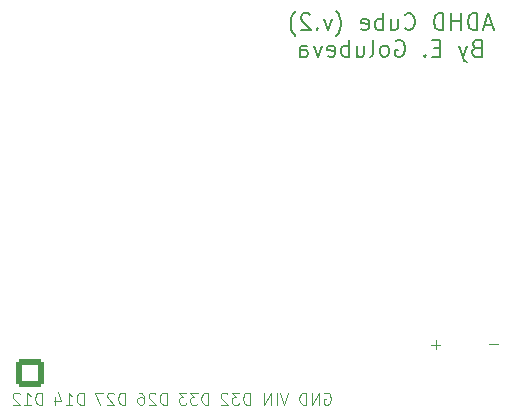
<source format=gbo>
%TF.GenerationSoftware,KiCad,Pcbnew,9.0.5*%
%TF.CreationDate,2025-12-28T17:56:33+02:00*%
%TF.ProjectId,base-schematic-02,62617365-2d73-4636-9865-6d617469632d,rev?*%
%TF.SameCoordinates,Original*%
%TF.FileFunction,Legend,Bot*%
%TF.FilePolarity,Positive*%
%FSLAX46Y46*%
G04 Gerber Fmt 4.6, Leading zero omitted, Abs format (unit mm)*
G04 Created by KiCad (PCBNEW 9.0.5) date 2025-12-28 17:56:33*
%MOMM*%
%LPD*%
G01*
G04 APERTURE LIST*
G04 Aperture macros list*
%AMRoundRect*
0 Rectangle with rounded corners*
0 $1 Rounding radius*
0 $2 $3 $4 $5 $6 $7 $8 $9 X,Y pos of 4 corners*
0 Add a 4 corners polygon primitive as box body*
4,1,4,$2,$3,$4,$5,$6,$7,$8,$9,$2,$3,0*
0 Add four circle primitives for the rounded corners*
1,1,$1+$1,$2,$3*
1,1,$1+$1,$4,$5*
1,1,$1+$1,$6,$7*
1,1,$1+$1,$8,$9*
0 Add four rect primitives between the rounded corners*
20,1,$1+$1,$2,$3,$4,$5,0*
20,1,$1+$1,$4,$5,$6,$7,0*
20,1,$1+$1,$6,$7,$8,$9,0*
20,1,$1+$1,$8,$9,$2,$3,0*%
G04 Aperture macros list end*
%ADD10C,0.100000*%
%ADD11C,0.200000*%
%ADD12R,1.700000X1.700000*%
%ADD13C,1.700000*%
%ADD14C,3.200000*%
%ADD15C,1.600000*%
%ADD16RoundRect,0.250001X-0.949999X-0.949999X0.949999X-0.949999X0.949999X0.949999X-0.949999X0.949999X0*%
%ADD17C,2.400000*%
G04 APERTURE END LIST*
D10*
X96696115Y-105641466D02*
X95934211Y-105641466D01*
X96315163Y-106022419D02*
X96315163Y-105260514D01*
X77068115Y-110692419D02*
X77068115Y-109692419D01*
X77068115Y-109692419D02*
X76830020Y-109692419D01*
X76830020Y-109692419D02*
X76687163Y-109740038D01*
X76687163Y-109740038D02*
X76591925Y-109835276D01*
X76591925Y-109835276D02*
X76544306Y-109930514D01*
X76544306Y-109930514D02*
X76496687Y-110120990D01*
X76496687Y-110120990D02*
X76496687Y-110263847D01*
X76496687Y-110263847D02*
X76544306Y-110454323D01*
X76544306Y-110454323D02*
X76591925Y-110549561D01*
X76591925Y-110549561D02*
X76687163Y-110644800D01*
X76687163Y-110644800D02*
X76830020Y-110692419D01*
X76830020Y-110692419D02*
X77068115Y-110692419D01*
X76163353Y-109692419D02*
X75544306Y-109692419D01*
X75544306Y-109692419D02*
X75877639Y-110073371D01*
X75877639Y-110073371D02*
X75734782Y-110073371D01*
X75734782Y-110073371D02*
X75639544Y-110120990D01*
X75639544Y-110120990D02*
X75591925Y-110168609D01*
X75591925Y-110168609D02*
X75544306Y-110263847D01*
X75544306Y-110263847D02*
X75544306Y-110501942D01*
X75544306Y-110501942D02*
X75591925Y-110597180D01*
X75591925Y-110597180D02*
X75639544Y-110644800D01*
X75639544Y-110644800D02*
X75734782Y-110692419D01*
X75734782Y-110692419D02*
X76020496Y-110692419D01*
X76020496Y-110692419D02*
X76115734Y-110644800D01*
X76115734Y-110644800D02*
X76163353Y-110597180D01*
X75210972Y-109692419D02*
X74591925Y-109692419D01*
X74591925Y-109692419D02*
X74925258Y-110073371D01*
X74925258Y-110073371D02*
X74782401Y-110073371D01*
X74782401Y-110073371D02*
X74687163Y-110120990D01*
X74687163Y-110120990D02*
X74639544Y-110168609D01*
X74639544Y-110168609D02*
X74591925Y-110263847D01*
X74591925Y-110263847D02*
X74591925Y-110501942D01*
X74591925Y-110501942D02*
X74639544Y-110597180D01*
X74639544Y-110597180D02*
X74687163Y-110644800D01*
X74687163Y-110644800D02*
X74782401Y-110692419D01*
X74782401Y-110692419D02*
X75068115Y-110692419D01*
X75068115Y-110692419D02*
X75163353Y-110644800D01*
X75163353Y-110644800D02*
X75210972Y-110597180D01*
X70032115Y-110692419D02*
X70032115Y-109692419D01*
X70032115Y-109692419D02*
X69794020Y-109692419D01*
X69794020Y-109692419D02*
X69651163Y-109740038D01*
X69651163Y-109740038D02*
X69555925Y-109835276D01*
X69555925Y-109835276D02*
X69508306Y-109930514D01*
X69508306Y-109930514D02*
X69460687Y-110120990D01*
X69460687Y-110120990D02*
X69460687Y-110263847D01*
X69460687Y-110263847D02*
X69508306Y-110454323D01*
X69508306Y-110454323D02*
X69555925Y-110549561D01*
X69555925Y-110549561D02*
X69651163Y-110644800D01*
X69651163Y-110644800D02*
X69794020Y-110692419D01*
X69794020Y-110692419D02*
X70032115Y-110692419D01*
X69079734Y-109787657D02*
X69032115Y-109740038D01*
X69032115Y-109740038D02*
X68936877Y-109692419D01*
X68936877Y-109692419D02*
X68698782Y-109692419D01*
X68698782Y-109692419D02*
X68603544Y-109740038D01*
X68603544Y-109740038D02*
X68555925Y-109787657D01*
X68555925Y-109787657D02*
X68508306Y-109882895D01*
X68508306Y-109882895D02*
X68508306Y-109978133D01*
X68508306Y-109978133D02*
X68555925Y-110120990D01*
X68555925Y-110120990D02*
X69127353Y-110692419D01*
X69127353Y-110692419D02*
X68508306Y-110692419D01*
X68174972Y-109692419D02*
X67508306Y-109692419D01*
X67508306Y-109692419D02*
X67936877Y-110692419D01*
X66514115Y-110692419D02*
X66514115Y-109692419D01*
X66514115Y-109692419D02*
X66276020Y-109692419D01*
X66276020Y-109692419D02*
X66133163Y-109740038D01*
X66133163Y-109740038D02*
X66037925Y-109835276D01*
X66037925Y-109835276D02*
X65990306Y-109930514D01*
X65990306Y-109930514D02*
X65942687Y-110120990D01*
X65942687Y-110120990D02*
X65942687Y-110263847D01*
X65942687Y-110263847D02*
X65990306Y-110454323D01*
X65990306Y-110454323D02*
X66037925Y-110549561D01*
X66037925Y-110549561D02*
X66133163Y-110644800D01*
X66133163Y-110644800D02*
X66276020Y-110692419D01*
X66276020Y-110692419D02*
X66514115Y-110692419D01*
X64990306Y-110692419D02*
X65561734Y-110692419D01*
X65276020Y-110692419D02*
X65276020Y-109692419D01*
X65276020Y-109692419D02*
X65371258Y-109835276D01*
X65371258Y-109835276D02*
X65466496Y-109930514D01*
X65466496Y-109930514D02*
X65561734Y-109978133D01*
X64133163Y-110025752D02*
X64133163Y-110692419D01*
X64371258Y-109644800D02*
X64609353Y-110359085D01*
X64609353Y-110359085D02*
X63990306Y-110359085D01*
X80586115Y-110692419D02*
X80586115Y-109692419D01*
X80586115Y-109692419D02*
X80348020Y-109692419D01*
X80348020Y-109692419D02*
X80205163Y-109740038D01*
X80205163Y-109740038D02*
X80109925Y-109835276D01*
X80109925Y-109835276D02*
X80062306Y-109930514D01*
X80062306Y-109930514D02*
X80014687Y-110120990D01*
X80014687Y-110120990D02*
X80014687Y-110263847D01*
X80014687Y-110263847D02*
X80062306Y-110454323D01*
X80062306Y-110454323D02*
X80109925Y-110549561D01*
X80109925Y-110549561D02*
X80205163Y-110644800D01*
X80205163Y-110644800D02*
X80348020Y-110692419D01*
X80348020Y-110692419D02*
X80586115Y-110692419D01*
X79681353Y-109692419D02*
X79062306Y-109692419D01*
X79062306Y-109692419D02*
X79395639Y-110073371D01*
X79395639Y-110073371D02*
X79252782Y-110073371D01*
X79252782Y-110073371D02*
X79157544Y-110120990D01*
X79157544Y-110120990D02*
X79109925Y-110168609D01*
X79109925Y-110168609D02*
X79062306Y-110263847D01*
X79062306Y-110263847D02*
X79062306Y-110501942D01*
X79062306Y-110501942D02*
X79109925Y-110597180D01*
X79109925Y-110597180D02*
X79157544Y-110644800D01*
X79157544Y-110644800D02*
X79252782Y-110692419D01*
X79252782Y-110692419D02*
X79538496Y-110692419D01*
X79538496Y-110692419D02*
X79633734Y-110644800D01*
X79633734Y-110644800D02*
X79681353Y-110597180D01*
X78681353Y-109787657D02*
X78633734Y-109740038D01*
X78633734Y-109740038D02*
X78538496Y-109692419D01*
X78538496Y-109692419D02*
X78300401Y-109692419D01*
X78300401Y-109692419D02*
X78205163Y-109740038D01*
X78205163Y-109740038D02*
X78157544Y-109787657D01*
X78157544Y-109787657D02*
X78109925Y-109882895D01*
X78109925Y-109882895D02*
X78109925Y-109978133D01*
X78109925Y-109978133D02*
X78157544Y-110120990D01*
X78157544Y-110120990D02*
X78728972Y-110692419D01*
X78728972Y-110692419D02*
X78109925Y-110692419D01*
X86882306Y-109740038D02*
X86977544Y-109692419D01*
X86977544Y-109692419D02*
X87120401Y-109692419D01*
X87120401Y-109692419D02*
X87263258Y-109740038D01*
X87263258Y-109740038D02*
X87358496Y-109835276D01*
X87358496Y-109835276D02*
X87406115Y-109930514D01*
X87406115Y-109930514D02*
X87453734Y-110120990D01*
X87453734Y-110120990D02*
X87453734Y-110263847D01*
X87453734Y-110263847D02*
X87406115Y-110454323D01*
X87406115Y-110454323D02*
X87358496Y-110549561D01*
X87358496Y-110549561D02*
X87263258Y-110644800D01*
X87263258Y-110644800D02*
X87120401Y-110692419D01*
X87120401Y-110692419D02*
X87025163Y-110692419D01*
X87025163Y-110692419D02*
X86882306Y-110644800D01*
X86882306Y-110644800D02*
X86834687Y-110597180D01*
X86834687Y-110597180D02*
X86834687Y-110263847D01*
X86834687Y-110263847D02*
X87025163Y-110263847D01*
X86406115Y-110692419D02*
X86406115Y-109692419D01*
X86406115Y-109692419D02*
X85834687Y-110692419D01*
X85834687Y-110692419D02*
X85834687Y-109692419D01*
X85358496Y-110692419D02*
X85358496Y-109692419D01*
X85358496Y-109692419D02*
X85120401Y-109692419D01*
X85120401Y-109692419D02*
X84977544Y-109740038D01*
X84977544Y-109740038D02*
X84882306Y-109835276D01*
X84882306Y-109835276D02*
X84834687Y-109930514D01*
X84834687Y-109930514D02*
X84787068Y-110120990D01*
X84787068Y-110120990D02*
X84787068Y-110263847D01*
X84787068Y-110263847D02*
X84834687Y-110454323D01*
X84834687Y-110454323D02*
X84882306Y-110549561D01*
X84882306Y-110549561D02*
X84977544Y-110644800D01*
X84977544Y-110644800D02*
X85120401Y-110692419D01*
X85120401Y-110692419D02*
X85358496Y-110692419D01*
X83850265Y-109692419D02*
X83516932Y-110692419D01*
X83516932Y-110692419D02*
X83183599Y-109692419D01*
X82850265Y-110692419D02*
X82850265Y-109692419D01*
X82374075Y-110692419D02*
X82374075Y-109692419D01*
X82374075Y-109692419D02*
X81802647Y-110692419D01*
X81802647Y-110692419D02*
X81802647Y-109692419D01*
D11*
X101106667Y-78580305D02*
X100440000Y-78580305D01*
X101240000Y-78980305D02*
X100773334Y-77580305D01*
X100773334Y-77580305D02*
X100306667Y-78980305D01*
X99840000Y-78980305D02*
X99840000Y-77580305D01*
X99840000Y-77580305D02*
X99506667Y-77580305D01*
X99506667Y-77580305D02*
X99306667Y-77646972D01*
X99306667Y-77646972D02*
X99173334Y-77780305D01*
X99173334Y-77780305D02*
X99106667Y-77913639D01*
X99106667Y-77913639D02*
X99040000Y-78180305D01*
X99040000Y-78180305D02*
X99040000Y-78380305D01*
X99040000Y-78380305D02*
X99106667Y-78646972D01*
X99106667Y-78646972D02*
X99173334Y-78780305D01*
X99173334Y-78780305D02*
X99306667Y-78913639D01*
X99306667Y-78913639D02*
X99506667Y-78980305D01*
X99506667Y-78980305D02*
X99840000Y-78980305D01*
X98440000Y-78980305D02*
X98440000Y-77580305D01*
X98440000Y-78246972D02*
X97640000Y-78246972D01*
X97640000Y-78980305D02*
X97640000Y-77580305D01*
X96973333Y-78980305D02*
X96973333Y-77580305D01*
X96973333Y-77580305D02*
X96640000Y-77580305D01*
X96640000Y-77580305D02*
X96440000Y-77646972D01*
X96440000Y-77646972D02*
X96306667Y-77780305D01*
X96306667Y-77780305D02*
X96240000Y-77913639D01*
X96240000Y-77913639D02*
X96173333Y-78180305D01*
X96173333Y-78180305D02*
X96173333Y-78380305D01*
X96173333Y-78380305D02*
X96240000Y-78646972D01*
X96240000Y-78646972D02*
X96306667Y-78780305D01*
X96306667Y-78780305D02*
X96440000Y-78913639D01*
X96440000Y-78913639D02*
X96640000Y-78980305D01*
X96640000Y-78980305D02*
X96973333Y-78980305D01*
X93706666Y-78846972D02*
X93773333Y-78913639D01*
X93773333Y-78913639D02*
X93973333Y-78980305D01*
X93973333Y-78980305D02*
X94106666Y-78980305D01*
X94106666Y-78980305D02*
X94306666Y-78913639D01*
X94306666Y-78913639D02*
X94440000Y-78780305D01*
X94440000Y-78780305D02*
X94506666Y-78646972D01*
X94506666Y-78646972D02*
X94573333Y-78380305D01*
X94573333Y-78380305D02*
X94573333Y-78180305D01*
X94573333Y-78180305D02*
X94506666Y-77913639D01*
X94506666Y-77913639D02*
X94440000Y-77780305D01*
X94440000Y-77780305D02*
X94306666Y-77646972D01*
X94306666Y-77646972D02*
X94106666Y-77580305D01*
X94106666Y-77580305D02*
X93973333Y-77580305D01*
X93973333Y-77580305D02*
X93773333Y-77646972D01*
X93773333Y-77646972D02*
X93706666Y-77713639D01*
X92506666Y-78046972D02*
X92506666Y-78980305D01*
X93106666Y-78046972D02*
X93106666Y-78780305D01*
X93106666Y-78780305D02*
X93040000Y-78913639D01*
X93040000Y-78913639D02*
X92906666Y-78980305D01*
X92906666Y-78980305D02*
X92706666Y-78980305D01*
X92706666Y-78980305D02*
X92573333Y-78913639D01*
X92573333Y-78913639D02*
X92506666Y-78846972D01*
X91839999Y-78980305D02*
X91839999Y-77580305D01*
X91839999Y-78113639D02*
X91706666Y-78046972D01*
X91706666Y-78046972D02*
X91439999Y-78046972D01*
X91439999Y-78046972D02*
X91306666Y-78113639D01*
X91306666Y-78113639D02*
X91239999Y-78180305D01*
X91239999Y-78180305D02*
X91173333Y-78313639D01*
X91173333Y-78313639D02*
X91173333Y-78713639D01*
X91173333Y-78713639D02*
X91239999Y-78846972D01*
X91239999Y-78846972D02*
X91306666Y-78913639D01*
X91306666Y-78913639D02*
X91439999Y-78980305D01*
X91439999Y-78980305D02*
X91706666Y-78980305D01*
X91706666Y-78980305D02*
X91839999Y-78913639D01*
X90039999Y-78913639D02*
X90173332Y-78980305D01*
X90173332Y-78980305D02*
X90439999Y-78980305D01*
X90439999Y-78980305D02*
X90573332Y-78913639D01*
X90573332Y-78913639D02*
X90639999Y-78780305D01*
X90639999Y-78780305D02*
X90639999Y-78246972D01*
X90639999Y-78246972D02*
X90573332Y-78113639D01*
X90573332Y-78113639D02*
X90439999Y-78046972D01*
X90439999Y-78046972D02*
X90173332Y-78046972D01*
X90173332Y-78046972D02*
X90039999Y-78113639D01*
X90039999Y-78113639D02*
X89973332Y-78246972D01*
X89973332Y-78246972D02*
X89973332Y-78380305D01*
X89973332Y-78380305D02*
X90639999Y-78513639D01*
X87906665Y-79513639D02*
X87973332Y-79446972D01*
X87973332Y-79446972D02*
X88106665Y-79246972D01*
X88106665Y-79246972D02*
X88173332Y-79113639D01*
X88173332Y-79113639D02*
X88239999Y-78913639D01*
X88239999Y-78913639D02*
X88306665Y-78580305D01*
X88306665Y-78580305D02*
X88306665Y-78313639D01*
X88306665Y-78313639D02*
X88239999Y-77980305D01*
X88239999Y-77980305D02*
X88173332Y-77780305D01*
X88173332Y-77780305D02*
X88106665Y-77646972D01*
X88106665Y-77646972D02*
X87973332Y-77446972D01*
X87973332Y-77446972D02*
X87906665Y-77380305D01*
X87506666Y-78046972D02*
X87173332Y-78980305D01*
X87173332Y-78980305D02*
X86839999Y-78046972D01*
X86306665Y-78846972D02*
X86239999Y-78913639D01*
X86239999Y-78913639D02*
X86306665Y-78980305D01*
X86306665Y-78980305D02*
X86373332Y-78913639D01*
X86373332Y-78913639D02*
X86306665Y-78846972D01*
X86306665Y-78846972D02*
X86306665Y-78980305D01*
X85706665Y-77713639D02*
X85639998Y-77646972D01*
X85639998Y-77646972D02*
X85506665Y-77580305D01*
X85506665Y-77580305D02*
X85173332Y-77580305D01*
X85173332Y-77580305D02*
X85039998Y-77646972D01*
X85039998Y-77646972D02*
X84973332Y-77713639D01*
X84973332Y-77713639D02*
X84906665Y-77846972D01*
X84906665Y-77846972D02*
X84906665Y-77980305D01*
X84906665Y-77980305D02*
X84973332Y-78180305D01*
X84973332Y-78180305D02*
X85773332Y-78980305D01*
X85773332Y-78980305D02*
X84906665Y-78980305D01*
X84439999Y-79513639D02*
X84373332Y-79446972D01*
X84373332Y-79446972D02*
X84239999Y-79246972D01*
X84239999Y-79246972D02*
X84173332Y-79113639D01*
X84173332Y-79113639D02*
X84106665Y-78913639D01*
X84106665Y-78913639D02*
X84039999Y-78580305D01*
X84039999Y-78580305D02*
X84039999Y-78313639D01*
X84039999Y-78313639D02*
X84106665Y-77980305D01*
X84106665Y-77980305D02*
X84173332Y-77780305D01*
X84173332Y-77780305D02*
X84239999Y-77646972D01*
X84239999Y-77646972D02*
X84373332Y-77446972D01*
X84373332Y-77446972D02*
X84439999Y-77380305D01*
X99740001Y-80500894D02*
X99540001Y-80567561D01*
X99540001Y-80567561D02*
X99473334Y-80634227D01*
X99473334Y-80634227D02*
X99406667Y-80767561D01*
X99406667Y-80767561D02*
X99406667Y-80967561D01*
X99406667Y-80967561D02*
X99473334Y-81100894D01*
X99473334Y-81100894D02*
X99540001Y-81167561D01*
X99540001Y-81167561D02*
X99673334Y-81234227D01*
X99673334Y-81234227D02*
X100206667Y-81234227D01*
X100206667Y-81234227D02*
X100206667Y-79834227D01*
X100206667Y-79834227D02*
X99740001Y-79834227D01*
X99740001Y-79834227D02*
X99606667Y-79900894D01*
X99606667Y-79900894D02*
X99540001Y-79967561D01*
X99540001Y-79967561D02*
X99473334Y-80100894D01*
X99473334Y-80100894D02*
X99473334Y-80234227D01*
X99473334Y-80234227D02*
X99540001Y-80367561D01*
X99540001Y-80367561D02*
X99606667Y-80434227D01*
X99606667Y-80434227D02*
X99740001Y-80500894D01*
X99740001Y-80500894D02*
X100206667Y-80500894D01*
X98940001Y-80300894D02*
X98606667Y-81234227D01*
X98273334Y-80300894D02*
X98606667Y-81234227D01*
X98606667Y-81234227D02*
X98740001Y-81567561D01*
X98740001Y-81567561D02*
X98806667Y-81634227D01*
X98806667Y-81634227D02*
X98940001Y-81700894D01*
X96673333Y-80500894D02*
X96206667Y-80500894D01*
X96006667Y-81234227D02*
X96673333Y-81234227D01*
X96673333Y-81234227D02*
X96673333Y-79834227D01*
X96673333Y-79834227D02*
X96006667Y-79834227D01*
X95406666Y-81100894D02*
X95340000Y-81167561D01*
X95340000Y-81167561D02*
X95406666Y-81234227D01*
X95406666Y-81234227D02*
X95473333Y-81167561D01*
X95473333Y-81167561D02*
X95406666Y-81100894D01*
X95406666Y-81100894D02*
X95406666Y-81234227D01*
X92939999Y-79900894D02*
X93073332Y-79834227D01*
X93073332Y-79834227D02*
X93273332Y-79834227D01*
X93273332Y-79834227D02*
X93473332Y-79900894D01*
X93473332Y-79900894D02*
X93606666Y-80034227D01*
X93606666Y-80034227D02*
X93673332Y-80167561D01*
X93673332Y-80167561D02*
X93739999Y-80434227D01*
X93739999Y-80434227D02*
X93739999Y-80634227D01*
X93739999Y-80634227D02*
X93673332Y-80900894D01*
X93673332Y-80900894D02*
X93606666Y-81034227D01*
X93606666Y-81034227D02*
X93473332Y-81167561D01*
X93473332Y-81167561D02*
X93273332Y-81234227D01*
X93273332Y-81234227D02*
X93139999Y-81234227D01*
X93139999Y-81234227D02*
X92939999Y-81167561D01*
X92939999Y-81167561D02*
X92873332Y-81100894D01*
X92873332Y-81100894D02*
X92873332Y-80634227D01*
X92873332Y-80634227D02*
X93139999Y-80634227D01*
X92073332Y-81234227D02*
X92206666Y-81167561D01*
X92206666Y-81167561D02*
X92273332Y-81100894D01*
X92273332Y-81100894D02*
X92339999Y-80967561D01*
X92339999Y-80967561D02*
X92339999Y-80567561D01*
X92339999Y-80567561D02*
X92273332Y-80434227D01*
X92273332Y-80434227D02*
X92206666Y-80367561D01*
X92206666Y-80367561D02*
X92073332Y-80300894D01*
X92073332Y-80300894D02*
X91873332Y-80300894D01*
X91873332Y-80300894D02*
X91739999Y-80367561D01*
X91739999Y-80367561D02*
X91673332Y-80434227D01*
X91673332Y-80434227D02*
X91606666Y-80567561D01*
X91606666Y-80567561D02*
X91606666Y-80967561D01*
X91606666Y-80967561D02*
X91673332Y-81100894D01*
X91673332Y-81100894D02*
X91739999Y-81167561D01*
X91739999Y-81167561D02*
X91873332Y-81234227D01*
X91873332Y-81234227D02*
X92073332Y-81234227D01*
X90806665Y-81234227D02*
X90939999Y-81167561D01*
X90939999Y-81167561D02*
X91006665Y-81034227D01*
X91006665Y-81034227D02*
X91006665Y-79834227D01*
X89673332Y-80300894D02*
X89673332Y-81234227D01*
X90273332Y-80300894D02*
X90273332Y-81034227D01*
X90273332Y-81034227D02*
X90206666Y-81167561D01*
X90206666Y-81167561D02*
X90073332Y-81234227D01*
X90073332Y-81234227D02*
X89873332Y-81234227D01*
X89873332Y-81234227D02*
X89739999Y-81167561D01*
X89739999Y-81167561D02*
X89673332Y-81100894D01*
X89006665Y-81234227D02*
X89006665Y-79834227D01*
X89006665Y-80367561D02*
X88873332Y-80300894D01*
X88873332Y-80300894D02*
X88606665Y-80300894D01*
X88606665Y-80300894D02*
X88473332Y-80367561D01*
X88473332Y-80367561D02*
X88406665Y-80434227D01*
X88406665Y-80434227D02*
X88339999Y-80567561D01*
X88339999Y-80567561D02*
X88339999Y-80967561D01*
X88339999Y-80967561D02*
X88406665Y-81100894D01*
X88406665Y-81100894D02*
X88473332Y-81167561D01*
X88473332Y-81167561D02*
X88606665Y-81234227D01*
X88606665Y-81234227D02*
X88873332Y-81234227D01*
X88873332Y-81234227D02*
X89006665Y-81167561D01*
X87206665Y-81167561D02*
X87339998Y-81234227D01*
X87339998Y-81234227D02*
X87606665Y-81234227D01*
X87606665Y-81234227D02*
X87739998Y-81167561D01*
X87739998Y-81167561D02*
X87806665Y-81034227D01*
X87806665Y-81034227D02*
X87806665Y-80500894D01*
X87806665Y-80500894D02*
X87739998Y-80367561D01*
X87739998Y-80367561D02*
X87606665Y-80300894D01*
X87606665Y-80300894D02*
X87339998Y-80300894D01*
X87339998Y-80300894D02*
X87206665Y-80367561D01*
X87206665Y-80367561D02*
X87139998Y-80500894D01*
X87139998Y-80500894D02*
X87139998Y-80634227D01*
X87139998Y-80634227D02*
X87806665Y-80767561D01*
X86673332Y-80300894D02*
X86339998Y-81234227D01*
X86339998Y-81234227D02*
X86006665Y-80300894D01*
X84873331Y-81234227D02*
X84873331Y-80500894D01*
X84873331Y-80500894D02*
X84939998Y-80367561D01*
X84939998Y-80367561D02*
X85073331Y-80300894D01*
X85073331Y-80300894D02*
X85339998Y-80300894D01*
X85339998Y-80300894D02*
X85473331Y-80367561D01*
X84873331Y-81167561D02*
X85006665Y-81234227D01*
X85006665Y-81234227D02*
X85339998Y-81234227D01*
X85339998Y-81234227D02*
X85473331Y-81167561D01*
X85473331Y-81167561D02*
X85539998Y-81034227D01*
X85539998Y-81034227D02*
X85539998Y-80900894D01*
X85539998Y-80900894D02*
X85473331Y-80767561D01*
X85473331Y-80767561D02*
X85339998Y-80700894D01*
X85339998Y-80700894D02*
X85006665Y-80700894D01*
X85006665Y-80700894D02*
X84873331Y-80634227D01*
D10*
X73550115Y-110692419D02*
X73550115Y-109692419D01*
X73550115Y-109692419D02*
X73312020Y-109692419D01*
X73312020Y-109692419D02*
X73169163Y-109740038D01*
X73169163Y-109740038D02*
X73073925Y-109835276D01*
X73073925Y-109835276D02*
X73026306Y-109930514D01*
X73026306Y-109930514D02*
X72978687Y-110120990D01*
X72978687Y-110120990D02*
X72978687Y-110263847D01*
X72978687Y-110263847D02*
X73026306Y-110454323D01*
X73026306Y-110454323D02*
X73073925Y-110549561D01*
X73073925Y-110549561D02*
X73169163Y-110644800D01*
X73169163Y-110644800D02*
X73312020Y-110692419D01*
X73312020Y-110692419D02*
X73550115Y-110692419D01*
X72597734Y-109787657D02*
X72550115Y-109740038D01*
X72550115Y-109740038D02*
X72454877Y-109692419D01*
X72454877Y-109692419D02*
X72216782Y-109692419D01*
X72216782Y-109692419D02*
X72121544Y-109740038D01*
X72121544Y-109740038D02*
X72073925Y-109787657D01*
X72073925Y-109787657D02*
X72026306Y-109882895D01*
X72026306Y-109882895D02*
X72026306Y-109978133D01*
X72026306Y-109978133D02*
X72073925Y-110120990D01*
X72073925Y-110120990D02*
X72645353Y-110692419D01*
X72645353Y-110692419D02*
X72026306Y-110692419D01*
X71169163Y-109692419D02*
X71359639Y-109692419D01*
X71359639Y-109692419D02*
X71454877Y-109740038D01*
X71454877Y-109740038D02*
X71502496Y-109787657D01*
X71502496Y-109787657D02*
X71597734Y-109930514D01*
X71597734Y-109930514D02*
X71645353Y-110120990D01*
X71645353Y-110120990D02*
X71645353Y-110501942D01*
X71645353Y-110501942D02*
X71597734Y-110597180D01*
X71597734Y-110597180D02*
X71550115Y-110644800D01*
X71550115Y-110644800D02*
X71454877Y-110692419D01*
X71454877Y-110692419D02*
X71264401Y-110692419D01*
X71264401Y-110692419D02*
X71169163Y-110644800D01*
X71169163Y-110644800D02*
X71121544Y-110597180D01*
X71121544Y-110597180D02*
X71073925Y-110501942D01*
X71073925Y-110501942D02*
X71073925Y-110263847D01*
X71073925Y-110263847D02*
X71121544Y-110168609D01*
X71121544Y-110168609D02*
X71169163Y-110120990D01*
X71169163Y-110120990D02*
X71264401Y-110073371D01*
X71264401Y-110073371D02*
X71454877Y-110073371D01*
X71454877Y-110073371D02*
X71550115Y-110120990D01*
X71550115Y-110120990D02*
X71597734Y-110168609D01*
X71597734Y-110168609D02*
X71645353Y-110263847D01*
X62996115Y-110692419D02*
X62996115Y-109692419D01*
X62996115Y-109692419D02*
X62758020Y-109692419D01*
X62758020Y-109692419D02*
X62615163Y-109740038D01*
X62615163Y-109740038D02*
X62519925Y-109835276D01*
X62519925Y-109835276D02*
X62472306Y-109930514D01*
X62472306Y-109930514D02*
X62424687Y-110120990D01*
X62424687Y-110120990D02*
X62424687Y-110263847D01*
X62424687Y-110263847D02*
X62472306Y-110454323D01*
X62472306Y-110454323D02*
X62519925Y-110549561D01*
X62519925Y-110549561D02*
X62615163Y-110644800D01*
X62615163Y-110644800D02*
X62758020Y-110692419D01*
X62758020Y-110692419D02*
X62996115Y-110692419D01*
X61472306Y-110692419D02*
X62043734Y-110692419D01*
X61758020Y-110692419D02*
X61758020Y-109692419D01*
X61758020Y-109692419D02*
X61853258Y-109835276D01*
X61853258Y-109835276D02*
X61948496Y-109930514D01*
X61948496Y-109930514D02*
X62043734Y-109978133D01*
X61091353Y-109787657D02*
X61043734Y-109740038D01*
X61043734Y-109740038D02*
X60948496Y-109692419D01*
X60948496Y-109692419D02*
X60710401Y-109692419D01*
X60710401Y-109692419D02*
X60615163Y-109740038D01*
X60615163Y-109740038D02*
X60567544Y-109787657D01*
X60567544Y-109787657D02*
X60519925Y-109882895D01*
X60519925Y-109882895D02*
X60519925Y-109978133D01*
X60519925Y-109978133D02*
X60567544Y-110120990D01*
X60567544Y-110120990D02*
X61138972Y-110692419D01*
X61138972Y-110692419D02*
X60519925Y-110692419D01*
X101636115Y-105591466D02*
X100874211Y-105591466D01*
%LPC*%
D12*
%TO.C,J2*%
X79400000Y-59460000D03*
D13*
X79400000Y-62000000D03*
X79400000Y-64540000D03*
X79400000Y-67080000D03*
X79400000Y-69620000D03*
X79400000Y-72160000D03*
X79400000Y-74700000D03*
X79400000Y-77240000D03*
X79400000Y-79780000D03*
X79400000Y-82320000D03*
X79400000Y-84860000D03*
X79400000Y-87400000D03*
X79400000Y-89940000D03*
X79400000Y-92480000D03*
X79400000Y-95020000D03*
%TD*%
D12*
%TO.C,J1*%
X54000000Y-59460000D03*
D13*
X54000000Y-62000000D03*
X54000000Y-64540000D03*
X54000000Y-67080000D03*
X54000000Y-69620000D03*
X54000000Y-72160000D03*
X54000000Y-74700000D03*
X54000000Y-77240000D03*
X54000000Y-79780000D03*
X54000000Y-82320000D03*
X54000000Y-84860000D03*
X54000000Y-87400000D03*
X54000000Y-89940000D03*
X54000000Y-92480000D03*
X54000000Y-95020000D03*
%TD*%
D14*
%TO.C,H1*%
X53600000Y-53600000D03*
%TD*%
D15*
%TO.C,R2*%
X63053000Y-89255000D03*
X63053000Y-96875000D03*
%TD*%
%TO.C,R1*%
X59810000Y-89255000D03*
X59810000Y-96875000D03*
%TD*%
D12*
%TO.C,J3-DAC1*%
X89570000Y-55335000D03*
D13*
X92110000Y-55335000D03*
X94650000Y-55335000D03*
X97190000Y-55335000D03*
X99730000Y-55335000D03*
X102270000Y-55335000D03*
X104810000Y-55335000D03*
%TD*%
D14*
%TO.C,H4*%
X53600000Y-111400000D03*
%TD*%
D15*
%TO.C,R4*%
X69539000Y-89255000D03*
X69539000Y-96875000D03*
%TD*%
%TO.C,C2*%
X96160000Y-107270000D03*
X101160000Y-107270000D03*
%TD*%
%TO.C,R6*%
X76025000Y-89255000D03*
X76025000Y-96875000D03*
%TD*%
%TO.C,R5*%
X72782000Y-89255000D03*
X72782000Y-96875000D03*
%TD*%
%TO.C,R3*%
X66296000Y-89255000D03*
X66296000Y-96875000D03*
%TD*%
D16*
%TO.C,J4*%
X62000000Y-108000000D03*
D17*
X65500000Y-108000000D03*
X69000000Y-108000000D03*
X72500000Y-108000000D03*
X76000000Y-108000000D03*
X79500000Y-108000000D03*
X83000000Y-108000000D03*
X86500000Y-108000000D03*
%TD*%
D14*
%TO.C,H3*%
X111450000Y-111430000D03*
%TD*%
%TO.C,H2*%
X111400000Y-53600000D03*
%TD*%
D12*
%TO.C,J4-IMU1*%
X107009138Y-95394959D03*
D13*
X104469138Y-95394959D03*
X101929138Y-95394959D03*
X99389138Y-95394959D03*
X96849138Y-95394959D03*
X94309138Y-95394959D03*
X91769138Y-95394959D03*
X89229138Y-95394959D03*
%TD*%
%LPD*%
M02*

</source>
